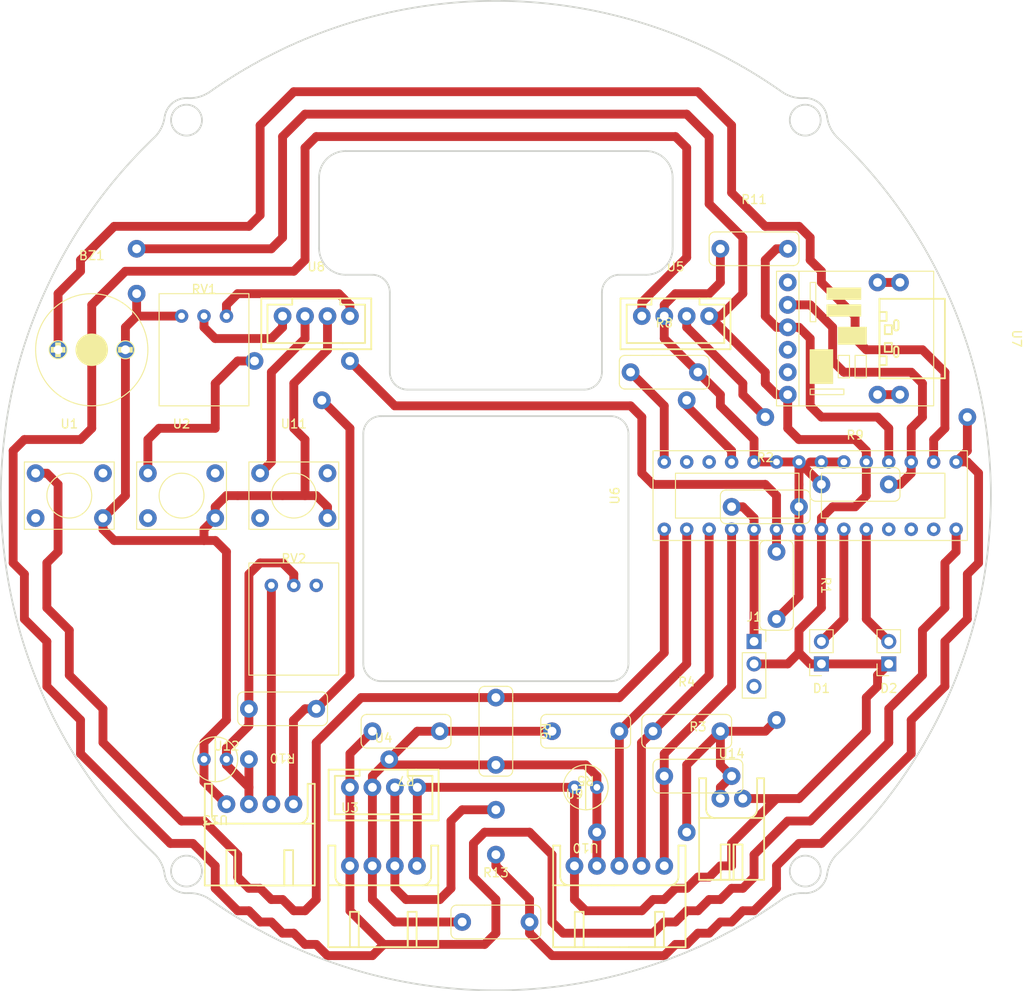
<source format=kicad_pcb>
(kicad_pcb (version 20211014) (generator pcbnew)
  (layers (0 "F.Cu" signal) (31 "B.Cu" signal) (34 "B.Paste" user) (35 "F.Paste" user) (36 "B.SilkS" user "B.Silkscreen") (37 "F.SilkS" user "F.Silkscreen") (38 "B.Mask" user) (39 "F.Mask" user) (44 "Edge.Cuts" user))
  (net 0 "")
  (net 1 "buzzer")
  (net 2 "GND")
  (net 3 "PWR_LED")
  (net 4 "MON_LED")
  (net 5 "start")
  (net 6 "ch3")
  (net 7 "ch2")
  (net 8 "ch1")
  (net 9 "reset")
  (net 10 "SCL")
  (net 11 "Net-(R8-Pad1)")
  (net 12 "TX")
  (net 13 "RX")
  (net 14 "SDA")
  (net 15 "IR_posi")
  (net 16 "+3V3")
  (net 26 "gyro_reset")
  (net 32 "unconnected-(U7-Pad7)")
  (net 33 "+5V")
  (net 34 "ch4")
  (net 36 "ch9")
  (net 37 "Net-(RV2-Pad1)")
  (footprint "自分のフットプリント:抵抗" (layer "F.Cu") (at -24.13 29.21 180)
    (fp_text reference "R10")
    (fp_text value "100K")
  )
  (footprint "自分のフットプリント:タクトスイッチ" (layer "F.Cu") (at -48.26 -7.62)
    (fp_text reference "U1")
    (fp_text value "リセットボタン")
  )
  (footprint "" (layer "F.Cu") (at -19.685 -10.795)
    (fp_text reference "")
    (fp_text value "")
  )
  (footprint "自分のフットプリント:ブザー" (layer "F.Cu") (at -45.72 -26.67)
    (fp_text reference "BZ1")
    (fp_text value "ブザー")
  )
  (footprint "R_Potentiometer:Potentiometer" (layer "F.Cu") (at -22.86 7.62)
    (fp_text reference "RV2")
    (fp_text value "LINE可変抵抗")
  )
  (footprint "自分のフットプリント:抵抗" (layer "F.Cu") (at 40.64 -6.35)
    (fp_text reference "R9")
    (fp_text value "10K")
  )
  (footprint "" (layer "F.Cu") (at -27.305 -15.24)
    (fp_text reference "")
    (fp_text value "")
  )
  (footprint "自分のフットプリント:抵抗" (layer "F.Cu") (at 5.08 26.67 -90)
    (fp_text reference "R6")
    (fp_text value "10K")
  )
  (footprint "自分のフットプリント:抵抗" (layer "F.Cu") (at 19.05 -19.05)
    (fp_text reference "R8")
    (fp_text value "10K")
  )
  (footprint "自分のフットプリント:抵抗" (layer "F.Cu") (at 10.16 31.75 180)
    (fp_text reference "R5")
    (fp_text value "100K")
  )
  (footprint "自分のフットプリント:L字コネクター2ピン" (layer "F.Cu") (at 26.67 29.21)
    (fp_text reference "U14")
    (fp_text value "コネクター2ピン")
  )
  (footprint "自分のフットプリント:抵抗" (layer "F.Cu") (at 36.83 10.16 -90)
    (fp_text reference "R1")
    (fp_text value "10K")
  )
  (footprint "" (layer "F.Cu") (at 0 40.64)
    (fp_text reference "")
    (fp_text value "")
  )
  (footprint "自分のフットプリント:電解コンデンサー" (layer "F.Cu") (at 10.16 39.37 180)
    (fp_text reference "U10")
    (fp_text value "電解コンデンサー")
  )
  (footprint "自分のフットプリント:抵抗" (layer "F.Cu") (at -10.16 31.750001 180)
    (fp_text reference "R7")
    (fp_text value "10K")
  )
  (footprint "" (layer "F.Cu") (at 0 35.56)
    (fp_text reference "")
    (fp_text value "")
  )
  (footprint "自分のフットプリント:TJ3B-COREマイコン" (layer "F.Cu") (at 13.97 0 90)
    (fp_text reference "U6")
    (fp_text value "TJ3B-COREマイコン")
  )
  (footprint "自分のフットプリント:タクトスイッチ" (layer "F.Cu") (at -35.56 -7.62)
    (fp_text reference "U2")
    (fp_text value "スタートボタン")
  )
  (footprint "" (layer "F.Cu") (at -12.065 29.845)
    (fp_text reference "")
    (fp_text value "")
  )
  (footprint "Connector_PinSocket_2.54mm:PinSocket_1x03_P2.54mm_Vertical" (layer "F.Cu") (at 29.21 16.51)
    (fp_text reference "J1")
    (fp_text value "カメラ用PIXY")
  )
  (footprint "自分のフットプリント:電解コンデンサー" (layer "F.Cu") (at -31.75 36.195 180)
    (fp_text reference "U13")
    (fp_text value "電解コンデンサー")
  )
  (footprint "" (layer "F.Cu") (at -40.64 -22.86)
    (fp_text reference "")
    (fp_text value "")
  )
  (footprint "自分のフットプリント:コネクター4ピン" (layer "F.Cu") (at 20.32 -25.4)
    (fp_text reference "U5")
    (fp_text value "I2Cピン(予備)")
  )
  (footprint "Connector_PinSocket_2.54mm:PinSocket_1x02_P2.54mm_Vertical" (layer "F.Cu") (at 44.45 19.05 180)
    (fp_text reference "D2")
    (fp_text value "MON_LED")
  )
  (footprint "" (layer "F.Cu") (at 31.75 25.4)
    (fp_text reference "")
    (fp_text value "")
  )
  (footprint "" (layer "F.Cu") (at -16.51 -15.24)
    (fp_text reference "")
    (fp_text value "")
  )
  (footprint "自分のフットプリント:L字コネクター5ピン" (layer "F.Cu") (at 8.89 34.29)
    (fp_text reference "U9")
    (fp_text value "IR・ジャイロ・LCD基盤")
  )
  (footprint "" (layer "F.Cu") (at -40.64 -27.94)
    (fp_text reference "")
    (fp_text value "")
  )
  (footprint "" (layer "F.Cu") (at 53.34 -8.89)
    (fp_text reference "")
    (fp_text value "")
  )
  (footprint "自分のフットプリント:抵抗" (layer "F.Cu") (at 21.59 21.59)
    (fp_text reference "R4")
    (fp_text value "100K")
  )
  (footprint "自分のフットプリント:抵抗" (layer "F.Cu") (at 29.21 -33.02)
    (fp_text reference "R11")
    (fp_text value "10K")
  )
  (footprint "自分のフットプリント:タクトスイッチ" (layer "F.Cu") (at -22.86 -7.62)
    (fp_text reference "U11")
    (fp_text value "ジャイロリセット")
  )
  (footprint "" (layer "F.Cu") (at -27.94 29.845)
    (fp_text reference "")
    (fp_text value "")
  )
  (footprint "" (layer "F.Cu") (at 21.59 38.1)
    (fp_text reference "")
    (fp_text value "")
  )
  (footprint "自分のフットプリント:抵抗" (layer "F.Cu") (at 0 43.18)
    (fp_text reference "R13")
    (fp_text value "10K")
  )
  (footprint "自分のフットプリント:L字コネクター4ピン" (layer "F.Cu") (at -16.51 34.29)
    (fp_text reference "U3")
    (fp_text value "I2Cピン(モータードライバー用)")
  )
  (footprint "" (layer "F.Cu") (at 11.43 38.1)
    (fp_text reference "")
    (fp_text value "")
  )
  (footprint "自分のフットプリント:L字コネクター4ピン" (layer "F.Cu") (at -30.48 27.305)
    (fp_text reference "U12")
    (fp_text value "LINE")
  )
  (footprint "" (layer "F.Cu") (at 30.48 -8.89)
    (fp_text reference "")
    (fp_text value "")
  )
  (footprint "自分のフットプリント:抵抗" (layer "F.Cu") (at 22.86 26.67)
    (fp_text reference "R3")
    (fp_text value "100K")
  )
  (footprint "" (layer "F.Cu") (at 21.59 -10.795)
    (fp_text reference "")
    (fp_text value "")
  )
  (footprint "R_Potentiometer:Potentiometer" (layer "F.Cu") (at -33.02 -22.86)
    (fp_text reference "RV1")
    (fp_text value "IR可変抵抗")
  )
  (footprint "自分のフットプリント:コネクター4ピン" (layer "F.Cu") (at -20.32 -25.4)
    (fp_text reference "U8")
    (fp_text value "ジャイロリセット・IR可変抵抗")
  )
  (footprint "Connector_PinSocket_2.54mm:PinSocket_1x02_P2.54mm_Vertical" (layer "F.Cu") (at 36.83 19.05 180)
    (fp_text reference "D1")
    (fp_text value "PWR_LED")
  )
  (footprint "自分のフットプリント:コネクター4ピン" (layer "F.Cu") (at -12.7 27.94)
    (fp_text reference "U4")
    (fp_text value "I2Cピン(PIXY2用)")
  )
  (footprint "自分のフットプリント:USB-Serial変換アダプター" (layer "F.Cu") (at 58.42 -17.78 -90)
    (fp_text reference "U7")
    (fp_text value "USB-Serial変換アダプター")
  )
  (footprint "自分のフットプリント:抵抗" (layer "F.Cu") (at 30.48 -3.81)
    (fp_text reference "R2")
    (fp_text value "100K")
  )
  (gr_arc (start 32.331265 45.724054) (mid 33.534917 45.145944) (end 34.861784 44.996175) (layer "Edge.Cuts") (width 0.2))
  (gr_arc (start 38.675962 -40.499011) (mid 55.999997 -0.000001) (end 38.67596 40.499008) (layer "Edge.Cuts") (width 0.2))
  (gr_arc (start 37.476354 42.842997) (mid 37.877758 41.569467) (end 38.67596 40.499008) (layer "Edge.Cuts") (width 0.2))
  (gr_arc (start 11.999995 -14.000001) (mid 11.414209 -12.585787) (end 9.999995 -12.000001) (layer "Edge.Cuts") (width 0.2))
  (gr_line (start 11.999995 -23.000001) (end 11.999995 -14.000001) (layer "Edge.Cuts") (width 0.2))
  (gr_arc (start 37.476354 42.842997) (mid 36.589265 44.429824) (end 34.861784 44.996175) (layer "Edge.Cuts") (width 0.2))
  (gr_arc (start -32.420263 -45.660995) (mid 0 -55.999998) (end 32.420262 -45.660993) (layer "Edge.Cuts") (width 0.2))
  (gr_line (start 16.999995 -25.000001) (end 13.999995 -25.000001) (layer "Edge.Cuts") (width 0.2))
  (gr_arc (start -17.000005 -25.000001) (mid -19.121326 -25.87868) (end -20.000005 -28.000001) (layer "Edge.Cuts") (width 0.2))
  (gr_line (start -17.000005 -39.000002) (end 16.999999 -39.000002) (layer "Edge.Cuts") (width 0.2))
  (gr_arc (start 19.999995 -28.000001) (mid 19.121315 -25.878681) (end 16.999995 -25.000001) (layer "Edge.Cuts") (width 0.2))
  (gr_arc (start -34.861787 44.996173) (mid -33.534917 45.145921) (end -32.331267 45.724052) (layer "Edge.Cuts") (width 0.2))
  (gr_arc (start 12.999995 -9.000001) (mid 14.414209 -8.414215) (end 14.999995 -7.000001) (layer "Edge.Cuts") (width 0.2))
  (gr_circle (center 34.999999 -42.500001) (end 36.749999 -42.500001) (layer "Edge.Cuts") (width 0.2) (fill none))
  (gr_arc (start -14.000005 -25.000001) (mid -12.585791 -24.414215) (end -12.000005 -23.000001) (layer "Edge.Cuts") (width 0.2))
  (gr_arc (start 38.675962 -40.499011) (mid 37.877749 -41.569464) (end 37.476357 -42.843) (layer "Edge.Cuts") (width 0.2))
  (gr_arc (start 34.861784 -44.996177) (mid 36.589264 -44.429825) (end 37.476357 -42.843) (layer "Edge.Cuts") (width 0.2))
  (gr_arc (start -13.000005 20.999999) (mid -14.414219 20.414213) (end -15.000005 18.999999) (layer "Edge.Cuts") (width 0.2))
  (gr_line (start 14.999995 18.999999) (end 14.999995 -7.000001) (layer "Edge.Cuts") (width 0.2))
  (gr_line (start -32.420263 -45.660995) (end -32.421128 -45.662336) (layer "Edge.Cuts") (width 0.2))
  (gr_arc (start -15.000005 -7.000001) (mid -14.414219 -8.414215) (end -13.000005 -9.000001) (layer "Edge.Cuts") (width 0.2))
  (gr_arc (start -34.861787 44.996173) (mid -36.589269 44.429823) (end -37.47636 42.842998) (layer "Edge.Cuts") (width 0.2))
  (gr_line (start -12.000005 -14.000001) (end -12.000005 -23.000001) (layer "Edge.Cuts") (width 0.2))
  (gr_line (start -13.000005 20.999999) (end 12.999995 20.999999) (layer "Edge.Cuts") (width 0.2))
  (gr_arc (start 34.861784 -44.996177) (mid 33.587408 -45.131229) (end 32.421127 -45.662335) (layer "Edge.Cuts") (width 0.2))
  (gr_line (start -15.000005 -7.000001) (end -15.000005 18.999999) (layer "Edge.Cuts") (width 0.2))
  (gr_line (start -14.000005 -25.000001) (end -17.000005 -25.000001) (layer "Edge.Cuts") (width 0.2))
  (gr_circle (center -35.000001 -42.500001) (end -33.250001 -42.500001) (layer "Edge.Cuts") (width 0.2) (fill none))
  (gr_line (start 9.999995 -12.000001) (end -10.000005 -12.000001) (layer "Edge.Cuts") (width 0.2))
  (gr_arc (start -38.675965 40.499009) (mid -37.87776 41.569465) (end -37.47636 42.842998) (layer "Edge.Cuts") (width 0.2))
  (gr_arc (start -32.421128 -45.662336) (mid -33.587404 -45.131215) (end -34.861787 -44.996177) (layer "Edge.Cuts") (width 0.2))
  (gr_circle (center 34.999999 42.499999) (end 36.749999 42.499999) (layer "Edge.Cuts") (width 0.2) (fill none))
  (gr_arc (start 32.331265 45.724054) (mid -0.000001 55.999998) (end -32.331267 45.724052) (layer "Edge.Cuts") (width 0.2))
  (gr_line (start 19.999995 -36.000002) (end 19.999995 -28.000001) (layer "Edge.Cuts") (width 0.2))
  (gr_arc (start -37.476357 -42.842999) (mid -36.589268 -44.429826) (end -34.861787 -44.996177) (layer "Edge.Cuts") (width 0.2))
  (gr_arc (start 16.999999 -39.000002) (mid 19.121317 -38.121321) (end 19.999995 -36.000002) (layer "Edge.Cuts") (width 0.2))
  (gr_arc (start -38.675965 40.499009) (mid -56 -0.000001) (end -38.675963 -40.49901) (layer "Edge.Cuts") (width 0.2))
  (gr_line (start 12.999995 -9.000001) (end -13.000005 -9.000001) (layer "Edge.Cuts") (width 0.2))
  (gr_arc (start -20.000005 -36.000002) (mid -19.121326 -38.121323) (end -17.000005 -39.000002) (layer "Edge.Cuts") (width 0.2))
  (gr_arc (start 14.999995 18.999999) (mid 14.414209 20.414213) (end 12.999995 20.999999) (layer "Edge.Cuts") (width 0.2))
  (gr_arc (start -10.000005 -12.000001) (mid -11.414219 -12.585787) (end -12.000005 -14.000001) (layer "Edge.Cuts") (width 0.2))
  (gr_circle (center -35.000001 42.499999) (end -33.250001 42.499999) (layer "Edge.Cuts") (width 0.2) (fill none))
  (gr_arc (start 11.999995 -23.000001) (mid 12.585781 -24.414215) (end 13.999995 -25.000001) (layer "Edge.Cuts") (width 0.2))
  (gr_line (start -20.000005 -28.000001) (end -20.000005 -36.000002) (layer "Edge.Cuts") (width 0.2))
  (gr_arc (start -37.476357 -42.842999) (mid -37.877757 -41.569466) (end -38.675963 -40.49901) (layer "Edge.Cuts") (width 0.2))
  (gr_line (start 32.421127 -45.662335) (end 32.420262 -45.660993) (layer "Edge.Cuts") (width 0.2))
  (segment (start 50.8 -13.97) (end 50.8 -7.62) (width 1) (layer "F.Cu") (net 1))
  (segment (start 40.64 -20.32) (end 40.64 -17.78) (width 1) (layer "F.Cu") (net 1))
  (segment (start -26.67 -41.91) (end -22.86 -45.72) (width 1) (layer "F.Cu") (net 1))
  (segment (start -49.53 -16.51) (end -49.53 -22.86) (width 1) (layer "F.Cu") (net 1))
  (segment (start 36.83 -24.13) (end 40.64 -20.32) (width 1) (layer "F.Cu") (net 1))
  (segment (start -26.67 -31.75) (end -26.67 -41.91) (width 1) (layer "F.Cu") (net 1))
  (segment (start 22.86 -45.72) (end 26.67 -41.91) (width 1) (layer "F.Cu") (net 1))
  (segment (start -27.94 -30.48) (end -26.67 -31.75) (width 1) (layer "F.Cu") (net 1))
  (segment (start 30.48 -30.48) (end 34.29 -30.48) (width 1) (layer "F.Cu") (net 1))
  (segment (start 34.29 -30.48) (end 35.56 -29.21) (width 1) (layer "F.Cu") (net 1))
  (segment (start -46.99 -26.67) (end -43.18 -30.48) (width 1) (layer "F.Cu") (net 1))
  (segment (start -46.99 -25.4) (end -46.99 -26.67) (width 1) (layer "F.Cu") (net 1))
  (segment (start 26.67 -34.29) (end 30.48 -30.48) (width 1) (layer "F.Cu") (net 1))
  (segment (start 48.26 -16.51) (end 50.8 -13.97) (width 1) (layer "F.Cu") (net 1))
  (segment (start -22.86 -45.72) (end 22.86 -45.72) (width 1) (layer "F.Cu") (net 1))
  (segment (start 40.64 -17.78) (end 41.91 -16.51) (width 1) (layer "F.Cu") (net 1))
  (segment (start 35.56 -26.67) (end 36.83 -25.4) (width 1) (layer "F.Cu") (net 1))
  (segment (start 41.91 -16.51) (end 48.26 -16.51) (width 1) (layer "F.Cu") (net 1))
  (segment (start 35.56 -29.21) (end 35.56 -26.67) (width 1) (layer "F.Cu") (net 1))
  (segment (start -43.18 -30.48) (end -27.94 -30.48) (width 1) (layer "F.Cu") (net 1))
  (segment (start 49.53 -6.35) (end 49.53 -3.81) (width 1) (layer "F.Cu") (net 1))
  (segment (start 26.67 -41.91) (end 26.67 -34.29) (width 1) (layer "F.Cu") (net 1))
  (segment (start 36.83 -25.4) (end 36.83 -24.13) (width 1) (layer "F.Cu") (net 1))
  (segment (start 50.8 -7.62) (end 49.53 -6.35) (width 1) (layer "F.Cu") (net 1))
  (segment (start -49.53 -22.86) (end -46.99 -25.4) (width 1) (layer "F.Cu") (net 1))
  (segment (start -20.32 0) (end -19.05 1.27) (width 1) (layer "F.Cu") (net 2))
  (segment (start -30.48 6.35) (end -30.48 25.4) (width 1) (layer "F.Cu") (net 2))
  (segment (start -41.91 -16.51) (end -41.91 0) (width 1) (layer "F.Cu") (net 2))
  (segment (start -31.75 5.08) (end -30.48 6.35) (width 1) (layer "F.Cu") (net 2))
  (segment (start 38.1 1.27) (end 36.83 2.54) (width 1) (layer "F.Cu") (net 2))
  (segment (start 43.18 20.32) (end 43.18 21.59) (width 1) (layer "F.Cu") (net 2))
  (segment (start 41.91 -3.81) (end 41.91 0) (width 1) (layer "F.Cu") (net 2))
  (segment (start 41.91 26.67) (end 34.29 34.29) (width 1) (layer "F.Cu") (net 2))
  (segment (start 24.13 -33.02) (end 24.13 -40.64) (width 1) (layer "F.Cu") (net 2))
  (segment (start 22.86 43.18) (end 24.13 43.18) (width 1) (layer "F.Cu") (net 2))
  (segment (start 35.56 19.05) (end 34.29 17.78) (width 1) (layer "F.Cu") (net 2))
  (segment (start -33.02 27.94) (end -33.02 32.385) (width 1) (layer "F.Cu") (net 2))
  (segment (start -29.21 0) (end -24.13 0) (width 1) (layer "F.Cu") (net 2))
  (segment (start 36.83 2.54) (end 36.83 3.81) (width 1) (layer "F.Cu") (net 2))
  (segment (start 20.32 44.45) (end 21.59 44.45) (width 1) (layer "F.Cu") (net 2))
  (segment (start 33.02 19.05) (end 34.29 17.78) (width 1) (layer "F.Cu") (net 2))
  (segment (start -22.86 -7.62) (end -21.59 -6.35) (width 1) (layer "F.Cu") (net 2))
  (segment (start -8.89 33.02) (end -8.89 41.91) (width 1) (layer "F.Cu") (net 2))
  (segment (start 16.51 46.99) (end 17.78 45.72) (width 1) (layer "F.Cu") (net 2))
  (segment (start -30.48 0) (end -29.21 0) (width 1) (layer "F.Cu") (net 2))
  (segment (start 41.91 0) (end 40.64 1.27) (width 1) (layer "F.Cu") (net 2))
  (segment (start -31.75 1.27) (end -30.48 0) (width 1) (layer "F.Cu") (net 2))
  (segment (start 10.16 46.99) (end 16.51 46.99) (width 1) (layer "F.Cu") (net 2))
  (segment (start 41.91 22.86) (end 41.91 26.67) (width 1) (layer "F.Cu") (net 2))
  (segment (start -33.02 32.385) (end -30.48 34.925) (width 1) (layer "F.Cu") (net 2))
  (segment (start -44.45 3.81) (end -43.18 5.08) (width 1) (layer "F.Cu") (net 2))
  (segment (start -22.86 -12.7) (end -22.86 -7.62) (width 1) (layer "F.Cu") (net 2))
  (segment (start 8.89 45.72) (end 10.16 46.99) (width 1) (layer "F.Cu") (net 2))
  (segment (start -24.13 0) (end -21.59 0) (width 1) (layer "F.Cu") (net 2))
  (segment (start -33.02 5.08) (end -33.02 3.81) (width 1) (layer "F.Cu") (net 2))
  (segment (start -40.64 -20.32) (end -41.91 -19.05) (width 1) (layer "F.Cu") (net 2))
  (segment (start 21.59 44.45) (end 22.86 43.18) (width 1) (layer "F.Cu") (net 2))
  (segment (start -43.18 5.08) (end -33.02 5.08) (width 1) (layer "F.Cu") (net 2))
  (segment (start -25.4 -27.94) (end -40.64 -27.94) (width 1) (layer "F.Cu") (net 2))
  (segment (start 8.89 33.02) (end 8.89 41.91) (width 1) (layer "F.Cu") (net 2))
  (segment (start -21.59 -43.18) (end -24.13 -40.64) (width 1) (layer "F.Cu") (net 2))
  (segment (start -21.59 0) (end -20.32 0) (width 1) (layer "F.Cu") (net 2))
  (segment (start 33.02 -11.43) (end 33.02 -7.62) (width 1) (layer "F.Cu") (net 2))
  (segment (start -19.05 1.27) (end -19.05 2.54) (width 1) (layer "F.Cu") (net 2))
  (segment (start -33.02 3.81) (end -31.75 2.54) (width 1) (layer "F.Cu") (net 2))
  (segment (start 19.05 45.72) (end 20.32 44.45) (width 1) (layer "F.Cu") (net 2))
  (segment (start 26.67 39.37) (end 26.67 41.91) (width 1) (layer "F.Cu") (net 2))
  (segment (start -21.59 -6.35) (end -21.59 0) (width 1) (layer "F.Cu") (net 2))
  (segment (start 40.64 1.27) (end 38.1 1.27) (width 1) (layer "F.Cu") (net 2))
  (segment (start 31.75 -11.43) (end 33.02 -11.43) (width 1) (layer "F.Cu") (net 2))
  (segment (start -40.64 -20.32) (end -40.64 -22.86) (width 1) (layer "F.Cu") (net 2))
  (segment (start 30.48 -13.97) (end 30.48 -12.7) (width 1) (layer "F.Cu") (net 2))
  (segment (start -30.48 25.4) (end -33.02 27.94) (width 1) (layer "F.Cu") (net 2))
  (segment (start 36.83 19.05) (end 44.45 19.05) (width 1) (layer "F.Cu") (net 2))
  (segment (start 24.13 -40.64) (end 21.59 -43.18) (width 1) (layer "F.Cu") (net 2))
  (segment (start -19.05 -20.32) (end -19.05 -16.51) (width 1) (layer "F.Cu") (net 2))
  (segment (start 44.45 19.05) (end 43.18 20.32) (width 1) (layer "F.Cu") (net 2))
  (segment (start 36.83 3.81) (end 36.83 12.7) (width 1) (layer "F.Cu") (net 2))
  (segment (start -35.56 -20.32) (end -40.64 -20.32) (width 1) (layer "F.Cu") (net 2))
  (segment (start 41.91 -5.08) (end 41.91 -3.81) (width 1) (layer "F.Cu") (net 2))
  (segment (start -41.91 -19.05) (end -41.91 -16.51) (width 1) (layer "F.Cu") (net 2))
  (segment (start 30.48 -12.7) (end 31.75 -11.43) (width 1) (layer "F.Cu") (net 2))
  (segment (start 27.94 -29.21) (end 24.13 -33.02) (width 1) (layer "F.Cu") (net 2))
  (segment (start 27.94 -22.86) (end 27.94 -29.21) (width 1) (layer "F.Cu") (net 2))
  (segment (start 31.75 34.29) (end 26.67 39.37) (width 1) (layer "F.Cu") (net 2))
  (segment (start 8.89 33.02) (end -8.89 33.02) (width 1) (layer "F.Cu") (net 2))
  (segment (start 8.89 41.91) (end 8.89 45.72) (width 1) (layer "F.Cu") (net 2))
  (segment (start 25.4 41.91) (end 24.13 43.18) (width 1) (layer "F.Cu") (net 2))
  (segment (start 24.13 -20.32) (end 25.4 -20.32) (width 1) (layer "F.Cu") (net 2))
  (segment (start 33.02 -7.62) (end 34.29 -6.35) (width 1) (layer "F.Cu") (net 2))
  (segment (start 21.59 -43.18) (end -21.59 -43.18) (width 1) (layer "F.Cu") (net 2))
  (segment (start 34.29 -6.35) (end 40.64 -6.35) (width 1) (layer "F.Cu") (net 2))
  (segment (start 24.13 -20.32) (end 30.48 -13.97) (width 1) (layer "F.Cu") (net 2))
  (segment (start -19.05 -16.51) (end -22.86 -12.7) (width 1) (layer "F.Cu") (net 2))
  (segment (start -41.91 0) (end -44.45 2.54) (width 1) (layer "F.Cu") (net 2))
  (segment (start 34.29 34.29) (end 31.75 34.29) (width 1) (layer "F.Cu") (net 2))
  (segment (start -33.02 5.08) (end -31.75 5.08) (width 1) (layer "F.Cu") (net 2))
  (segment (start 17.78 45.72) (end 19.05 45.72) (width 1) (layer "F.Cu") (net 2))
  (segment (start -44.45 2.54) (end -44.45 3.81) (width 1) (layer "F.Cu") (net 2))
  (segment (start -24.13 -29.21) (end -25.4 -27.94) (width 1) (layer "F.Cu") (net 2))
  (segment (start 26.67 41.91) (end 25.4 41.91) (width 1) (layer "F.Cu") (net 2))
  (segment (start 43.18 21.59) (end 41.91 22.86) (width 1) (layer "F.Cu") (net 2))
  (segment (start 36.83 12.7) (end 34.29 15.24) (width 1) (layer "F.Cu") (net 2))
  (segment (start -31.75 2.54) (end -31.75 1.27) (width 1) (layer "F.Cu") (net 2))
  (segment (start 36.83 19.05) (end 35.56 19.05) (width 1) (layer "F.Cu") (net 2))
  (segment (start 40.64 -6.35) (end 41.91 -5.08) (width 1) (layer "F.Cu") (net 2))
  (segment (start 34.29 15.24) (end 34.29 17.78) (width 1) (layer "F.Cu") (net 2))
  (segment (start -24.13 -40.64) (end -24.13 -29.21) (width 1) (layer "F.Cu") (net 2))
  (segment (start 29.21 19.05) (end 33.02 19.05) (width 1) (layer "F.Cu") (net 2))
  (segment (start 25.4 -20.32) (end 27.94 -22.86) (width 1) (layer "F.Cu") (net 2))
  (segment (start 27.94 34.29) (end 31.75 34.29) (width 1) (layer "F.Cu") (net 2))
  (segment (start 36.83 16.51) (end 39.37 13.97) (width 1) (layer "F.Cu") (net 3))
  (segment (start 39.37 13.97) (end 39.37 3.81) (width 1) (layer "F.Cu") (net 3))
  (segment (start 41.91 3.81) (end 41.91 13.97) (width 1) (layer "F.Cu") (net 4))
  (segment (start 41.91 13.97) (end 44.45 16.51) (width 1) (layer "F.Cu") (net 4))
  (segment (start -29.21 -15.24) (end -27.305 -15.24) (width 1) (layer "F.Cu") (net 5))
  (segment (start -39.37 -6.35) (end -38.1 -7.62) (width 1) (layer "F.Cu") (net 5))
  (segment (start -39.37 -2.54) (end -39.37 -6.35) (width 1) (layer "F.Cu") (net 5))
  (segment (start -16.51 -15.24) (end -11.43 -10.16) (width 1) (layer "F.Cu") (net 5))
  (segment (start -38.1 -7.62) (end -31.75 -7.62) (width 1) (layer "F.Cu") (net 5))
  (segment (start 31.75 6.35) (end 31.75 3.81) (width 1) (layer "F.Cu") (net 5))
  (segment (start 15.24 -10.16) (end 16.51 -8.89) (width 1) (layer "F.Cu") (net 5))
  (segment (start -31.75 -12.7) (end -29.21 -15.24) (width 1) (layer "F.Cu") (net 5))
  (segment (start -11.43 -10.16) (end 15.24 -10.16) (width 1) (layer "F.Cu") (net 5))
  (segment (start 30.48 -1.27) (end 31.75 0) (width 1) (layer "F.Cu") (net 5))
  (segment (start -31.75 -7.62) (end -31.75 -12.7) (width 1) (layer "F.Cu") (net 5))
  (segment (start 31.75 0) (end 31.75 3.81) (width 1) (layer "F.Cu") (net 5))
  (segment (start 16.51 -8.89) (end 16.51 -2.54) (width 1) (layer "F.Cu") (net 5))
  (segment (start 17.78 -1.27) (end 30.48 -1.27) (width 1) (layer "F.Cu") (net 5))
  (segment (start 16.51 -2.54) (end 17.78 -1.27) (width 1) (layer "F.Cu") (net 5))
  (segment (start 26.67 3.81) (end 26.67 21.59) (width 1) (layer "F.Cu") (net 6))
  (segment (start 26.67 21.59) (end 19.05 29.21) (width 1) (layer "F.Cu") (net 6))
  (segment (start 19.05 29.21) (end 19.05 41.91) (width 1) (layer "F.Cu") (net 6))
  (segment (start 16.47 41.91) (end 16.47 27.98) (width 1) (layer "F.Cu") (net 7))
  (segment (start 24.13 20.32) (end 24.13 3.81) (width 1) (layer "F.Cu") (net 7))
  (segment (start 16.47 27.98) (end 24.13 20.32) (width 1) (layer "F.Cu") (net 7))
  (segment (start 21.59 3.81) (end 21.59 19.05) (width 1) (layer "F.Cu") (net 8))
  (segment (start 13.97 26.67) (end 13.97 41.91) (width 1) (layer "F.Cu") (net 8))
  (segment (start 21.59 19.05) (end 13.97 26.67) (width 1) (layer "F.Cu") (net 8))
  (segment (start -35.56 36.83) (end -33.02 36.83) (width 1) (layer "F.Cu") (net 9))
  (segment (start -24.13 45.72) (end -22.86 46.99) (width 1) (layer "F.Cu") (net 9))
  (segment (start -21.59 46.99) (end -20.32 45.72) (width 1) (layer "F.Cu") (net 9))
  (segment (start -15.24 22.86) (end 13.97 22.86) (width 1) (layer "F.Cu") (net 9))
  (segment (start -49.53 -1.27) (end -49.53 6.35) (width 1) (layer "F.Cu") (net 9))
  (segment (start -29.21 43.18) (end -27.94 44.45) (width 1) (layer "F.Cu") (net 9))
  (segment (start -50.8 12.7) (end -48.26 15.24) (width 1) (layer "F.Cu") (net 9))
  (segment (start -49.53 6.35) (end -50.8 7.62) (width 1) (layer "F.Cu") (net 9))
  (segment (start -48.26 20.32) (end -44.45 24.13) (width 1) (layer "F.Cu") (net 9))
  (segment (start -20.32 27.94) (end -15.24 22.86) (width 1) (layer "F.Cu") (net 9))
  (segment (start -48.26 15.24) (end -48.26 20.32) (width 1) (layer "F.Cu") (net 9))
  (segment (start -52.07 -2.54) (end -50.8 -2.54) (width 1) (layer "F.Cu") (net 9))
  (segment (start -44.45 24.13) (end -44.45 27.94) (width 1) (layer "F.Cu") (net 9))
  (segment (start -29.21 40.64) (end -29.21 43.18) (width 1) (layer "F.Cu") (net 9))
  (segment (start -50.8 7.62) (end -50.8 12.7) (width 1) (layer "F.Cu") (net 9))
  (segment (start -27.94 44.45) (end -26.67 44.45) (width 1) (layer "F.Cu") (net 9))
  (segment (start -44.45 27.94) (end -35.56 36.83) (width 1) (layer "F.Cu") (net 9))
  (segment (start -25.4 45.72) (end -24.13 45.72) (width 1) (layer "F.Cu") (net 9))
  (segment (start 19.05 17.78) (end 19.05 3.81) (width 1) (layer "F.Cu") (net 9))
  (segment (start -33.02 36.83) (end -29.21 40.64) (width 1) (layer "F.Cu") (net 9))
  (segment (start -50.8 -2.54) (end -49.53 -1.27) (width 1) (layer "F.Cu") (net 9))
  (segment (start -26.67 44.45) (end -25.4 45.72) (width 1) (layer "F.Cu") (net 9))
  (segment (start -20.32 45.72) (end -20.32 27.94) (width 1) (layer "F.Cu") (net 9))
  (segment (start -22.86 46.99) (end -21.59 46.99) (width 1) (layer "F.Cu") (net 9))
  (segment (start 13.97 22.86) (end 19.05 17.78) (width 1) (layer "F.Cu") (net 9))
  (segment (start -16.51 29.210001) (end -16.51 33.02) (width 1) (layer "F.Cu") (net 10))
  (segment (start -2.54 43.18) (end -2.54 39.37) (width 1) (layer "F.Cu") (net 10))
  (segment (start 33.02 36.83) (end 35.56 36.83) (width 1) (layer "F.Cu") (net 10))
  (segment (start -24.13 49.53) (end -22.86 49.53) (width 1) (layer "F.Cu") (net 10))
  (segment (start -13.97 52.07) (end -12.7 50.8) (width 1) (layer "F.Cu") (net 10))
  (segment (start 50.8 7.62) (end 52.07 6.35) (width 1) (layer "F.Cu") (net 10))
  (segment (start -1.27 38.1) (end 3.81 38.1) (width 1) (layer "F.Cu") (net 10))
  (segment (start -20.32 50.8) (end -19.05 52.07) (width 1) (layer "F.Cu") (net 10))
  (segment (start 22.86 46.99) (end 24.13 45.72) (width 1) (layer "F.Cu") (net 10))
  (segment (start -16.51 41.91) (end -16.51 46.99) (width 1) (layer "F.Cu") (net 10))
  (segment (start 7.62 49.53) (end 17.78 49.53) (width 1) (layer "F.Cu") (net 10))
  (segment (start -1.27 50.8) (end 0 49.53) (width 1) (layer "F.Cu") (net 10))
  (segment (start 35.56 36.83) (end 44.45 27.94) (width 1) (layer "F.Cu") (net 10))
  (segment (start -19.05 52.07) (end -13.97 52.07) (width 1) (layer "F.Cu") (net 10))
  (segment (start -53.34 13.97) (end -50.8 16.51) (width 1) (layer "F.Cu") (net 10))
  (segment (start -16.51 46.99) (end -12.7 50.8) (width 1) (layer "F.Cu") (net 10))
  (segment (start 0 45.72) (end -2.54 43.18) (width 1) (layer "F.Cu") (net 10))
  (segment (start 48.26 15.24) (end 50.8 12.7) (width 1) (layer "F.Cu") (net 10))
  (segment (start 21.59 46.99) (end 22.86 46.99) (width 1) (layer "F.Cu") (net 10))
  (segment (start 6.35 48.26) (end 7.62 49.53) (width 1) (layer "F.Cu") (net 10))
  (segment (start -54.61 -5.08) (end -54.61 7.62) (width 1) (layer "F.Cu") (net 10))
  (segment (start 26.67 44.45) (end 27.94 44.45) (width 1) (layer "F.Cu") (net 10))
  (segment (start -21.59 -26.67) (end -22.86 -25.4) (width 1) (layer "F.Cu") (net 10))
  (segment (start 0 49.53) (end 0 45.72) (width 1) (layer "F.Cu") (net 10))
  (segment (start -53.34 -6.35) (end -54.61 -5.08) (width 1) (layer "F.Cu") (net 10))
  (segment (start -26.67 48.26) (end -25.4 48.26) (width 1) (layer "F.Cu") (net 10))
  (segment (start -54.61 7.62) (end -53.34 8.89) (width 1) (layer "F.Cu") (net 10))
  (segment (start 21.59 -39.37) (end 20.32 -40.64) (width 1) (layer "F.Cu") (net 10))
  (segment (start -21.59 50.8) (end -20.32 50.8) (width 1) (layer "F.Cu") (net 10))
  (segment (start 21.59 -26.958428) (end 21.59 -39.37) (width 1) (layer "F.Cu") (net 10))
  (segment (start -31.75 44.45) (end -29.21 46.99) (width 1) (layer "F.Cu") (net 10))
  (segment (start -27.94 46.99) (end -26.67 48.26) (width 1) (layer "F.Cu") (net 10))
  (segment (start 20.32 -40.64) (end -20.32 -40.64) (width 1) (layer "F.Cu") (net 10))
  (segment (start -13.97 26.670001) (end -16.51 29.210001) (width 1) (layer "F.Cu") (net 10))
  (segment (start -21.59 -39.37) (end -21.59 -26.67) (width 1) (layer "F.Cu") (net 10))
  (segment (start 16.51 -20.32) (end 16.51 -21.878428) (width 1) (layer "F.Cu") (net 10))
  (segment (start 29.21 40.64) (end 33.02 36.83) (width 1) (layer "F.Cu") (net 10))
  (segment (start -16.51 41.91) (end -16.51 33.02) (width 1) (layer "F.Cu") (net 10))
  (segment (start -12.7 50.8) (end -1.27 50.8) (width 1) (layer "F.Cu") (net 10))
  (segment (start -46.99 29.21) (end -36.83 39.37) (width 1) (layer "F.Cu") (net 10))
  (segment (start -25.4 48.26) (end -24.13 49.53) (width 1) (layer "F.Cu") (net 10))
  (segment (start 48.26 20.32) (end 48.26 15.24) (width 1) (layer "F.Cu") (net 10))
  (segment (start -45.72 -21.59) (end -45.72 -7.62) (width 1) (layer "F.Cu") (net 10))
  (segment (start 52.07 6.35) (end 52.07 3.81) (width 1) (layer "F.Cu") (net 10))
  (segment (start 16.51 -21.878428) (end 21.59 -26.958428) (width 1) (layer "F.Cu") (net 10))
  (segment (start -29.21 46.99) (end -27.94 46.99) (width 1) (layer "F.Cu") (net 10))
  (segment (start -45.72 -7.62) (end -46.99 -6.35) (width 1) (layer "F.Cu") (net 10))
  (segment (start -46.99 25.4) (end -46.99 29.21) (width 1) (layer "F.Cu") (net 10))
  (segment (start 27.94 44.45) (end 29.21 43.18) (width 1) (layer "F.Cu") (net 10))
  (segment (start -53.34 8.89) (end -53.34 13.97) (width 1) (layer "F.Cu") (net 10))
  (segment (start 44.45 27.94) (end 44.45 24.13) (width 1) (layer "F.Cu") (net 10))
  (segment (start -34.29 39.37) (end -31.75 41.91) (width 1) (layer "F.Cu") (net 10))
  (segment (start -36.83 39.37) (end -34.29 39.37) (width 1) (layer "F.Cu") (net 10))
  (segment (start -50.8 16.51) (end -50.8 21.59) (width 1) (layer "F.Cu") (net 10))
  (segment (start 17.78 49.53) (end 19.05 48.26) (width 1) (layer "F.Cu") (net 10))
  (segment (start 6.35 40.64) (end 6.35 48.26) (width 1) (layer "F.Cu") (net 10))
  (segment (start -22.86 49.53) (end -21.59 50.8) (width 1) (layer "F.Cu") (net 10))
  (segment (start -22.86 -25.4) (end -41.91 -25.4) (width 1) (layer "F.Cu") (net 10))
  (segment (start 3.81 38.1) (end 6.35 40.64) (width 1) (layer "F.Cu") (net 10))
  (segment (start 20.32 48.26) (end 21.59 46.99) (width 1) (layer "F.Cu") (net 10))
  (segment (start 44.45 24.13) (end 48.26 20.32) (width 1) (layer "F.Cu") (net 10))
  (segment (start 29.21 43.18) (end 29.21 40.64) (width 1) (layer "F.Cu") (net 10))
  (segment (start 24.13 45.72) (end 25.4 45.72) (width 1) (layer "F.Cu") (net 10))
  (segment (start -31.75 41.91) (end -31.75 44.45) (width 1) (layer "F.Cu") (net 10))
  (segment (start 25.4 45.72) (end 26.67 44.45) (width 1) (layer "F.Cu") (net 10))
  (segment (start -41.91 -25.4) (end -45.72 -21.59) (width 1) (layer "F.Cu") (net 10))
  (segment (start 50.8 12.7) (end 50.8 7.62) (width 1) (layer "F.Cu") (net 10))
  (segment (start 19.05 48.26) (end 20.32 48.26) (width 1) (layer "F.Cu") (net 10))
  (segment (start -50.8 21.59) (end -46.99 25.4) (width 1) (layer "F.Cu") (net 10))
  (segment (start -46.99 -6.35) (end -53.34 -6.35) (width 1) (layer "F.Cu") (net 10))
  (segment (start -2.54 39.37) (end -1.27 38.1) (width 1) (layer "F.Cu") (net 10))
  (segment (start -20.32 -40.64) (end -21.59 -39.37) (width 1) (layer "F.Cu") (net 10))
  (segment (start 19.05 -3.81) (end 19.05 -10.16) (width 1) (layer "F.Cu") (net 11))
  (segment (start 19.05 -10.16) (end 15.24 -13.97) (width 1) (layer "F.Cu") (net 11))
  (segment (start 38.1 -15.24) (end 39.37 -13.97) (width 1) (layer "F.Cu") (net 12))
  (segment (start 46.99 -13.97) (end 48.26 -12.7) (width 1) (layer "F.Cu") (net 12))
  (segment (start 38.1 -19.05) (end 38.1 -15.24) (width 1) (layer "F.Cu") (net 12))
  (segment (start 45.72 -1.27) (end 46.99 -2.54) (width 1) (layer "F.Cu") (net 12))
  (segment (start 35.56 -21.59) (end 38.1 -19.05) (width 1) (layer "F.Cu") (net 12))
  (segment (start 48.26 -12.7) (end 48.26 -8.89) (width 1) (layer "F.Cu") (net 12))
  (segment (start 44.45 -1.27) (end 45.72 -1.27) (width 1) (layer "F.Cu") (net 12))
  (segment (start 46.99 -7.62) (end 46.99 -3.81) (width 1) (layer "F.Cu") (net 12))
  (segment (start 48.26 -8.89) (end 46.99 -7.62) (width 1) (layer "F.Cu") (net 12))
  (segment (start 46.99 -2.54) (end 46.99 -3.81) (width 1) (layer "F.Cu") (net 12))
  (segment (start 33.02 -21.59) (end 35.56 -21.59) (width 1) (layer "F.Cu") (net 12))
  (segment (start 39.37 -13.97) (end 46.99 -13.97) (width 1) (layer "F.Cu") (net 12))
  (segment (start 34.29 -19.05) (end 35.56 -17.78) (width 1) (layer "F.Cu") (net 13))
  (segment (start 35.56 -17.78) (end 35.56 -10.16) (width 1) (layer "F.Cu") (net 13))
  (segment (start 33.02 -27.94) (end 31.75 -27.94) (width 1) (layer "F.Cu") (net 13))
  (segment (start 35.56 -10.16) (end 36.83 -8.89) (width 1) (layer "F.Cu") (net 13))
  (segment (start 30.48 -26.67) (end 30.48 -20.32) (width 1) (layer "F.Cu") (net 13))
  (segment (start 30.48 -20.32) (end 31.75 -19.05) (width 1) (layer "F.Cu") (net 13))
  (segment (start 31.75 -19.05) (end 33.02 -19.05) (width 1) (layer "F.Cu") (net 13))
  (segment (start 43.18 -8.89) (end 44.45 -7.62) (width 1) (layer "F.Cu") (net 13))
  (segment (start 33.02 -19.05) (end 34.29 -19.05) (width 1) (layer "F.Cu") (net 13))
  (segment (start 44.45 -7.62) (end 44.45 -3.81) (width 1) (layer "F.Cu") (net 13))
  (segment (start 31.75 -27.94) (end 30.48 -26.67) (width 1) (layer "F.Cu") (net 13))
  (segment (start 36.83 -8.89) (end 43.18 -8.89) (width 1) (layer "F.Cu") (net 13))
  (segment (start 31.75 41.91) (end 31.75 44.45) (width 1) (layer "F.Cu") (net 14))
  (segment (start 50.8 21.59) (end 46.99 25.4) (width 1) (layer "F.Cu") (net 14))
  (segment (start -11.43 41.91) (end -11.43 33.02) (width 1) (layer "F.Cu") (net 14))
  (segment (start -5.08 44.45) (end -5.08 36.83) (width 1) (layer "F.Cu") (net 14))
  (segment (start 29.21 46.99) (end 27.94 46.99) (width 1) (layer "F.Cu") (net 14))
  (segment (start 25.4 48.26) (end 24.13 49.53) (width 1) (layer "F.Cu") (net 14))
  (segment (start 52.07 -3.81) (end 53.34 -3.81) (width 1) (layer "F.Cu") (net 14))
  (segment (start 46.99 29.21) (end 36.83 39.37) (width 1) (layer "F.Cu") (net 14))
  (segment (start 21.59 -20.32) (end 21.59 -19.05) (width 1) (layer "F.Cu") (net 14))
  (segment (start 34.29 39.37) (end 31.75 41.91) (width 1) (layer "F.Cu") (net 14))
  (segment (start 21.59 50.8) (end 20.32 50.8) (width 1) (layer "F.Cu") (net 14))
  (segment (start 53.34 8.89) (end 53.34 13.97) (width 1) (layer "F.Cu") (net 14))
  (segment (start 3.81 49.53) (end 6.35 52.07) (width 1) (layer "F.Cu") (net 14))
  (segment (start 27.94 -11.43) (end 30.48 -8.89) (width 1) (layer "F.Cu") (net 14))
  (segment (start 27.94 46.99) (end 26.67 48.26) (width 1) (layer "F.Cu") (net 14))
  (segment (start -6.35 45.72) (end -5.08 44.45) (width 1) (layer "F.Cu") (net 14))
  (segment (start 24.13 49.53) (end 22.86 49.53) (width 1) (layer "F.Cu") (net 14))
  (segment (start 54.61 7.62) (end 53.34 8.89) (width 1) (layer "F.Cu") (net 14))
  (segment (start 20.32 50.8) (end 19.05 52.07) (width 1) (layer "F.Cu") (net 14))
  (segment (start -11.43 41.91) (end -11.43 44.45) (width 1) (layer "F.Cu") (net 14))
  (segment (start 52.07 -3.81) (end 53.34 -5.08) (width 1) (layer "F.Cu") (net 14))
  (segment (start 3.81 48.26) (end 3.81 45.72) (width 1) (layer "F.Cu") (net 14))
  (segment (start 31.75 44.45) (end 29.21 46.99) (width 1) (layer "F.Cu") (net 14))
  (segment (start 46.99 25.4) (end 46.99 29.21) (width 1) (layer "F.Cu") (net 14))
  (segment (start -10.16 45.72) (end -6.35 45.72) (width 1) (layer "F.Cu") (net 14))
  (segment (start -11.43 44.45) (end -10.16 45.72) (width 1) (layer "F.Cu") (net 14))
  (segment (start 3.81 49.53) (end 3.81 48.26) (width 1) (layer "F.Cu") (net 14))
  (segment (start 27.94 -12.7) (end 27.94 -11.43) (width 1) (layer "F.Cu") (net 14))
  (segment (start 0 41.91) (end 0 40.64) (width 1) (layer "F.Cu") (net 14))
  (segment (start 21.59 -19.05) (end 27.94 -12.7) (width 1) (layer "F.Cu") (net 14))
  (segment (start -11.39 41.91) (end -11.43 41.91) (width 1) (layer "F.Cu") (net 14))
  (segment (start 50.8 16.51) (end 50.8 21.59) (width 1) (layer "F.Cu") (net 14))
  (segment (start -3.81 35.56) (end 0 35.56) (width 1) (layer "F.Cu") (net 14))
  (segment (start -5.08 36.83) (end -3.81 35.56) (width 1) (layer "F.Cu") (net 14))
  (segment (start 53.34 -3.81) (end 54.61 -2.54) (width 1) (layer "F.Cu") (net 14))
  (segment (start 22.86 49.53) (end 21.59 50.8) (width 1) (layer "F.Cu") (net 14))
  (segment (start 53.34 -5.08) (end 53.34 -8.89) (width 1) (layer "F.Cu") (net 14))
  (segment (start 54.61 -2.54) (end 54.61 7.62) (width 1) (layer "F.Cu") (net 14))
  (segment (start 53.34 13.97) (end 50.8 16.51) (width 1) (layer "F.Cu") (net 14))
  (segment (start 26.67 48.26) (end 25.4 48.26) (width 1) (layer "F.Cu") (net 14))
  (segment (start 6.35 52.07) (end 19.05 52.07) (width 1) (layer "F.Cu") (net 14))
  (segment (start 3.81 45.72) (end 0 41.91) (width 1) (layer "F.Cu") (net 14))
  (segment (start 36.83 39.37) (end 34.29 39.37) (width 1) (layer "F.Cu") (net 14))
  (segment (start -25.4 -17.78) (end -31.75 -17.78) (width 1) (layer "F.Cu") (net 15))
  (segment (start -31.75 -17.78) (end -33.02 -19.05) (width 1) (layer "F.Cu") (net 15))
  (segment (start -33.02 -19.05) (end -33.02 -20.32) (width 1) (layer "F.Cu") (net 15))
  (segment (start -24.13 -19.05) (end -25.4 -17.78) (width 1) (layer "F.Cu") (net 15))
  (segment (start -24.13 -20.32) (end -24.13 -19.05) (width 1) (layer "F.Cu") (net 15))
  (segment (start -30.48 -21.59) (end -30.48 -20.32) (width 1) (layer "F.Cu") (net 16))
  (segment (start -29.21 -22.86) (end -30.48 -21.59) (width 1) (layer "F.Cu") (net 16))
  (segment (start -16.51 -21.59) (end -17.78 -22.86) (width 1) (layer "F.Cu") (net 16))
  (segment (start -17.78 -22.86) (end -29.21 -22.86) (width 1) (layer "F.Cu") (net 16))
  (segment (start -16.51 -20.32) (end -16.51 -21.59) (width 1) (layer "F.Cu") (net 16))
  (segment (start -21.59 -20.32) (end -21.59 -17.78) (width 1) (layer "F.Cu") (net 26))
  (segment (start -25.4 -13.97) (end -25.4 -3.81) (width 1) (layer "F.Cu") (net 26))
  (segment (start -21.59 -17.78) (end -25.4 -13.97) (width 1) (layer "F.Cu") (net 26))
  (segment (start -25.4 -3.81) (end -26.67 -2.54) (width 1) (layer "F.Cu") (net 26))
  (segment (start 45.72 -24.13) (end 43.18 -24.13) (width 1) (layer "F.Cu") (net 32))
  (segment (start 45.72 -11.43) (end 43.18 -11.43) (width 1) (layer "F.Cu") (net 32))
  (segment (start 25.4 -10.16) (end 29.21 -6.35) (width 1) (layer "F.Cu") (net 33))
  (segment (start -11.43 48.26) (end -13.97 45.72) (width 1) (layer "F.Cu") (net 33))
  (segment (start -6.35 26.670001) (end -8.890001 26.670001) (width 1) (layer "F.Cu") (net 33))
  (segment (start -22.86 8.89) (end -24.13 7.62) (width 1) (layer "F.Cu") (net 33))
  (segment (start -27.94 33.02) (end -27.94 29.845) (width 1) (layer "F.Cu") (net 33))
  (segment (start -13.97 31.75) (end -13.97 33.02) (width 1) (layer "F.Cu") (net 33))
  (segment (start -30.48 30.48) (end -27.94 33.02) (width 1) (layer "F.Cu") (net 33))
  (segment (start -30.48 28.575) (end -27.94 26.035) (width 1) (layer "F.Cu") (net 33))
  (segment (start 21.59 30.48) (end 21.59 38.1) (width 1) (layer "F.Cu") (net 33))
  (segment (start -27.94 33.02) (end -27.94 34.925) (width 1) (layer "F.Cu") (net 33))
  (segment (start 19.05 -21.59) (end 19.05 -20.32) (width 1) (layer "F.Cu") (net 33))
  (segment (start -27.94 26.035) (end -27.94 24.13) (width 1) (layer "F.Cu") (net 33))
  (segment (start -24.13 7.62) (end -26.67 7.62) (width 1) (layer "F.Cu") (net 33))
  (segment (start 25.4 34.29) (end 25.4 33.02) (width 1) (layer "F.Cu") (net 33))
  (segment (start -3.81 48.26) (end -11.43 48.26) (width 1) (layer "F.Cu") (net 33))
  (segment (start -30.48 29.845) (end -30.48 28.575) (width 1) (layer "F.Cu") (net 33))
  (segment (start -6.35 26.670001) (end 6.35 26.67) (width 1) (layer "F.Cu") (net 33))
  (segment (start 25.4 26.67) (end 30.48 26.67) (width 1) (layer "F.Cu") (net 33))
  (segment (start 20.32 -22.86) (end 19.05 -21.59) (width 1) (layer "F.Cu") (net 33))
  (segment (start 31.75 13.97) (end 34.29 11.43) (width 1) (layer "F.Cu") (net 33))
  (segment (start 11.43 33.02) (end 11.43 31.75) (width 1) (layer "F.Cu") (net 33))
  (segment (start 19.05 -20.32) (end 19.05 -17.78) (width 1) (layer "F.Cu") (net 33))
  (segment (start 11.43 31.75) (end 10.16 30.48) (width 1) (layer "F.Cu") (net 33))
  (segment (start 25.4 -24.13) (end 24.13 -22.86) (width 1) (layer "F.Cu") (net 33))
  (segment (start 34.29 11.43) (end 34.29 3.81) (width 1) (layer "F.Cu") (net 33))
  (segment (start 25.4 26.67) (end 25.4 30.48) (width 1) (layer "F.Cu") (net 33))
  (segment (start 19.05 -17.78) (end 25.4 -11.43) (width 1) (layer "F.Cu") (net 33))
  (segment (start 29.21 -6.35) (end 29.21 -3.81) (width 1) (layer "F.Cu") (net 33))
  (segment (start 25.4 33.02) (end 26.67 31.75) (width 1) (layer "F.Cu") (net 33))
  (segment (start 25.4 -11.43) (end 25.4 -10.16) (width 1) (layer "F.Cu") (net 33))
  (segment (start -13.97 41.91) (end -13.97 33.02) (width 1) (layer "F.Cu") (net 33))
  (segment (start -22.86 10.16) (end -22.86 8.89) (width 1) (layer "F.Cu") (net 33))
  (segment (start 34.29 -1.27) (end 34.29 -2.54) (width 1) (layer "F.Cu") (net 33))
  (segment (start 24.13 -22.86) (end 20.32 -22.86) (width 1) (layer "F.Cu") (net 33))
  (segment (start 39.37 -3.81) (end 35.56 -3.81) (width 1) (layer "F.Cu") (net 33))
  (segment (start 21.59 30.48) (end 25.4 26.67) (width 1) (layer "F.Cu") (net 33))
  (segment (start -26.67 7.62) (end -27.94 8.89) (width 1) (layer "F.Cu") (net 33))
  (segment (start 34.29 3.81) (end 34.29 -1.27) (width 1) (layer "F.Cu") (net 33))
  (segment (start 11.43 33.02) (end 11.43 41.91) (width 1) (layer "F.Cu") (net 33))
  (segment (start 34.29 -3.81) (end 29.21 -3.81) (width 1) (layer "F.Cu") (net 33))
  (segment (start -8.890001 26.670001) (end -12.7 30.48) (width 1) (layer "F.Cu") (net 33))
  (segment (start 25.4 30.48) (end 26.67 31.75) (width 1) (layer "F.Cu") (net 33))
  (segment (start -27.94 8.89) (end -27.94 24.13) (width 1) (layer "F.Cu") (net 33))
  (segment (start 10.16 30.48) (end -12.7 30.48) (width 1) (layer "F.Cu") (net 33))
  (segment (start -30.48 29.21) (end -30.48 30.48) (width 1) (layer "F.Cu") (net 33))
  (segment (start 25.4 -27.94) (end 25.4 -24.13) (width 1) (layer "F.Cu") (net 33))
  (segment (start -12.7 30.48) (end -13.97 31.75) (width 1) (layer "F.Cu") (net 33))
  (segment (start -13.97 45.72) (end -13.97 41.91) (width 1) (layer "F.Cu") (net 33))
  (segment (start 30.48 26.67) (end 31.75 25.4) (width 1) (layer "F.Cu") (net 33))
  (segment (start 36.83 -1.27) (end 34.29 -3.81) (width 1) (layer "F.Cu") (net 33))
  (segment (start 34.29 -2.54) (end 34.29 -3.81) (width 1) (layer "F.Cu") (net 33))
  (segment (start 29.21 2.54) (end 29.21 3.81) (width 1) (layer "F.Cu") (net 34))
  (segment (start 27.94 1.27) (end 29.21 2.54) (width 1) (layer "F.Cu") (net 34))
  (segment (start 29.21 16.51) (end 29.21 3.81) (width 1) (layer "F.Cu") (net 34))
  (segment (start 26.67 1.27) (end 27.94 1.27) (width 1) (layer "F.Cu") (net 34))
  (segment (start -21.59 24.13) (end -20.32 24.13) (width 1) (layer "F.Cu") (net 36))
  (segment (start -16.51 20.32) (end -16.51 -7.62) (width 1) (layer "F.Cu") (net 36))
  (segment (start 26.67 -3.81) (end 26.67 -5.08) (width 1) (layer "F.Cu") (net 36))
  (segment (start -16.51 -7.62) (end -19.685 -10.795) (width 1) (layer "F.Cu") (net 36))
  (segment (start 26.67 -5.08) (end 21.59 -10.16) (width 1) (layer "F.Cu") (net 36))
  (segment (start -22.9 34.925) (end -22.9 25.44) (width 1) (layer "F.Cu") (net 36))
  (segment (start -20.32 24.13) (end -16.51 20.32) (width 1) (layer "F.Cu") (net 36))
  (segment (start 21.59 -10.16) (end 21.59 -10.795) (width 1) (layer "F.Cu") (net 36))
  (segment (start -22.9 25.44) (end -21.59 24.13) (width 1) (layer "F.Cu") (net 36))
  (segment (start -25.4 34.925) (end -25.4 10.16) (width 1) (layer "F.Cu") (net 37))
)
</source>
